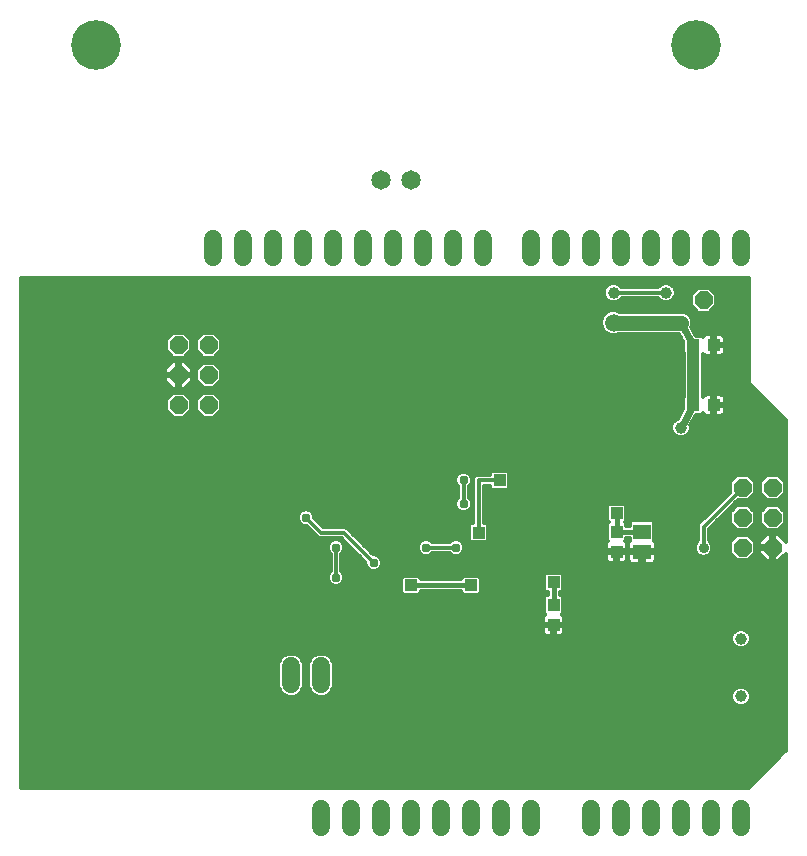
<source format=gbl>
G75*
%MOIN*%
%OFA0B0*%
%FSLAX25Y25*%
%IPPOS*%
%LPD*%
%AMOC8*
5,1,8,0,0,1.08239X$1,22.5*
%
%ADD10C,0.06000*%
%ADD11OC8,0.06000*%
%ADD12R,0.05906X0.05118*%
%ADD13R,0.03937X0.04331*%
%ADD14C,0.03962*%
%ADD15R,0.04331X0.03937*%
%ADD16R,0.03100X0.03100*%
%ADD17C,0.01200*%
%ADD18R,0.03962X0.03962*%
%ADD19C,0.03569*%
%ADD20C,0.03100*%
%ADD21C,0.01600*%
%ADD22C,0.02400*%
%ADD23C,0.04000*%
%ADD24C,0.05906*%
%ADD25C,0.05000*%
%ADD26C,0.16535*%
%ADD27C,0.06496*%
D10*
X0101800Y0056000D02*
X0101800Y0062000D01*
X0111800Y0062000D02*
X0111800Y0056000D01*
X0111800Y0014500D02*
X0111800Y0008500D01*
X0121800Y0008500D02*
X0121800Y0014500D01*
X0131800Y0014500D02*
X0131800Y0008500D01*
X0141800Y0008500D02*
X0141800Y0014500D01*
X0151800Y0014500D02*
X0151800Y0008500D01*
X0161800Y0008500D02*
X0161800Y0014500D01*
X0171800Y0014500D02*
X0171800Y0008500D01*
X0181800Y0008500D02*
X0181800Y0014500D01*
X0201800Y0014500D02*
X0201800Y0008500D01*
X0211800Y0008500D02*
X0211800Y0014500D01*
X0221800Y0014500D02*
X0221800Y0008500D01*
X0231800Y0008500D02*
X0231800Y0014500D01*
X0241800Y0014500D02*
X0241800Y0008500D01*
X0251800Y0008500D02*
X0251800Y0014500D01*
X0251800Y0198500D02*
X0251800Y0204500D01*
X0241800Y0204500D02*
X0241800Y0198500D01*
X0231800Y0198500D02*
X0231800Y0204500D01*
X0221800Y0204500D02*
X0221800Y0198500D01*
X0211800Y0198500D02*
X0211800Y0204500D01*
X0201800Y0204500D02*
X0201800Y0198500D01*
X0191800Y0198500D02*
X0191800Y0204500D01*
X0181800Y0204500D02*
X0181800Y0198500D01*
X0165800Y0198500D02*
X0165800Y0204500D01*
X0155800Y0204500D02*
X0155800Y0198500D01*
X0145800Y0198500D02*
X0145800Y0204500D01*
X0135800Y0204500D02*
X0135800Y0198500D01*
X0125800Y0198500D02*
X0125800Y0204500D01*
X0115800Y0204500D02*
X0115800Y0198500D01*
X0105800Y0198500D02*
X0105800Y0204500D01*
X0095800Y0204500D02*
X0095800Y0198500D01*
X0085800Y0198500D02*
X0085800Y0204500D01*
X0075800Y0204500D02*
X0075800Y0198500D01*
D11*
X0074300Y0169000D03*
X0074300Y0159000D03*
X0074300Y0149000D03*
X0064300Y0149000D03*
X0064300Y0159000D03*
X0064300Y0169000D03*
X0239300Y0184000D03*
X0252300Y0121500D03*
X0252300Y0111500D03*
X0252300Y0101500D03*
X0262300Y0101500D03*
X0262300Y0111500D03*
X0262300Y0121500D03*
D12*
X0218800Y0106846D03*
X0218800Y0100154D03*
D13*
X0210300Y0100154D03*
X0210300Y0106846D03*
X0189300Y0082346D03*
X0189300Y0075654D03*
D14*
X0231800Y0141500D03*
X0231800Y0176500D03*
X0226800Y0186500D03*
X0209300Y0186500D03*
X0251800Y0071100D03*
X0251800Y0051900D03*
D15*
X0242646Y0149000D03*
X0235954Y0149000D03*
X0235954Y0169000D03*
X0242646Y0169000D03*
D16*
X0246800Y0176500D03*
X0246800Y0141500D03*
X0201800Y0144000D03*
X0201800Y0129000D03*
X0192800Y0109000D03*
X0192100Y0102800D03*
X0166800Y0066500D03*
X0166800Y0051500D03*
X0134300Y0104000D03*
X0116800Y0076500D03*
X0106800Y0084000D03*
X0094300Y0084000D03*
X0139300Y0144000D03*
X0159800Y0146500D03*
X0224300Y0071500D03*
X0224300Y0051500D03*
X0219300Y0039000D03*
D17*
X0011800Y0021500D02*
X0011800Y0191500D01*
X0254300Y0191500D01*
X0254300Y0156500D01*
X0266800Y0144000D01*
X0266800Y0103505D01*
X0264205Y0106100D01*
X0262700Y0106100D01*
X0262700Y0101900D01*
X0261900Y0101900D01*
X0261900Y0106100D01*
X0260395Y0106100D01*
X0257700Y0103405D01*
X0257700Y0101900D01*
X0261900Y0101900D01*
X0261900Y0101100D01*
X0257700Y0101100D01*
X0257700Y0099595D01*
X0260395Y0096900D01*
X0261900Y0096900D01*
X0261900Y0101100D01*
X0262700Y0101100D01*
X0262700Y0096900D01*
X0264205Y0096900D01*
X0266800Y0099495D01*
X0266800Y0034000D01*
X0254300Y0021500D01*
X0011800Y0021500D01*
X0011800Y0021875D02*
X0254675Y0021875D01*
X0255873Y0023073D02*
X0011800Y0023073D01*
X0011800Y0024272D02*
X0257072Y0024272D01*
X0258270Y0025470D02*
X0011800Y0025470D01*
X0011800Y0026669D02*
X0259469Y0026669D01*
X0260667Y0027867D02*
X0011800Y0027867D01*
X0011800Y0029066D02*
X0261866Y0029066D01*
X0263064Y0030264D02*
X0011800Y0030264D01*
X0011800Y0031463D02*
X0264263Y0031463D01*
X0265461Y0032661D02*
X0011800Y0032661D01*
X0011800Y0033860D02*
X0266660Y0033860D01*
X0266800Y0035058D02*
X0011800Y0035058D01*
X0011800Y0036257D02*
X0266800Y0036257D01*
X0266800Y0037455D02*
X0011800Y0037455D01*
X0011800Y0038654D02*
X0266800Y0038654D01*
X0266800Y0039852D02*
X0011800Y0039852D01*
X0011800Y0041051D02*
X0266800Y0041051D01*
X0266800Y0042249D02*
X0011800Y0042249D01*
X0011800Y0043448D02*
X0266800Y0043448D01*
X0266800Y0044646D02*
X0011800Y0044646D01*
X0011800Y0045845D02*
X0266800Y0045845D01*
X0266800Y0047043D02*
X0011800Y0047043D01*
X0011800Y0048242D02*
X0266800Y0048242D01*
X0266800Y0049440D02*
X0253839Y0049440D01*
X0253602Y0049203D02*
X0254497Y0050098D01*
X0254981Y0051267D01*
X0254981Y0052533D01*
X0254497Y0053702D01*
X0253602Y0054597D01*
X0252433Y0055081D01*
X0251167Y0055081D01*
X0249998Y0054597D01*
X0249103Y0053702D01*
X0248619Y0052533D01*
X0248619Y0051267D01*
X0249103Y0050098D01*
X0249998Y0049203D01*
X0251167Y0048719D01*
X0252433Y0048719D01*
X0253602Y0049203D01*
X0254721Y0050639D02*
X0266800Y0050639D01*
X0266800Y0051837D02*
X0254981Y0051837D01*
X0254773Y0053036D02*
X0266800Y0053036D01*
X0266800Y0054234D02*
X0253964Y0054234D01*
X0249636Y0054234D02*
X0115615Y0054234D01*
X0115361Y0053621D02*
X0116000Y0055165D01*
X0116000Y0062835D01*
X0115361Y0064379D01*
X0114179Y0065561D01*
X0112635Y0066200D01*
X0110965Y0066200D01*
X0109421Y0065561D01*
X0108239Y0064379D01*
X0107600Y0062835D01*
X0107600Y0055165D01*
X0108239Y0053621D01*
X0109421Y0052439D01*
X0110965Y0051800D01*
X0112635Y0051800D01*
X0114179Y0052439D01*
X0115361Y0053621D01*
X0114776Y0053036D02*
X0248827Y0053036D01*
X0248619Y0051837D02*
X0112726Y0051837D01*
X0110874Y0051837D02*
X0102726Y0051837D01*
X0102635Y0051800D02*
X0104179Y0052439D01*
X0105361Y0053621D01*
X0106000Y0055165D01*
X0106000Y0062835D01*
X0105361Y0064379D01*
X0104179Y0065561D01*
X0102635Y0066200D01*
X0100965Y0066200D01*
X0099421Y0065561D01*
X0098239Y0064379D01*
X0097600Y0062835D01*
X0097600Y0055165D01*
X0098239Y0053621D01*
X0099421Y0052439D01*
X0100965Y0051800D01*
X0102635Y0051800D01*
X0100874Y0051837D02*
X0011800Y0051837D01*
X0011800Y0050639D02*
X0248879Y0050639D01*
X0249761Y0049440D02*
X0011800Y0049440D01*
X0011800Y0053036D02*
X0098824Y0053036D01*
X0097985Y0054234D02*
X0011800Y0054234D01*
X0011800Y0055433D02*
X0097600Y0055433D01*
X0097600Y0056632D02*
X0011800Y0056632D01*
X0011800Y0057830D02*
X0097600Y0057830D01*
X0097600Y0059029D02*
X0011800Y0059029D01*
X0011800Y0060227D02*
X0097600Y0060227D01*
X0097600Y0061426D02*
X0011800Y0061426D01*
X0011800Y0062624D02*
X0097600Y0062624D01*
X0098009Y0063823D02*
X0011800Y0063823D01*
X0011800Y0065021D02*
X0098881Y0065021D01*
X0104719Y0065021D02*
X0108881Y0065021D01*
X0108009Y0063823D02*
X0105591Y0063823D01*
X0106000Y0062624D02*
X0107600Y0062624D01*
X0107600Y0061426D02*
X0106000Y0061426D01*
X0106000Y0060227D02*
X0107600Y0060227D01*
X0107600Y0059029D02*
X0106000Y0059029D01*
X0106000Y0057830D02*
X0107600Y0057830D01*
X0107600Y0056632D02*
X0106000Y0056632D01*
X0106000Y0055433D02*
X0107600Y0055433D01*
X0107985Y0054234D02*
X0105615Y0054234D01*
X0104776Y0053036D02*
X0108824Y0053036D01*
X0116000Y0055433D02*
X0266800Y0055433D01*
X0266800Y0056632D02*
X0116000Y0056632D01*
X0116000Y0057830D02*
X0266800Y0057830D01*
X0266800Y0059029D02*
X0116000Y0059029D01*
X0116000Y0060227D02*
X0266800Y0060227D01*
X0266800Y0061426D02*
X0116000Y0061426D01*
X0116000Y0062624D02*
X0266800Y0062624D01*
X0266800Y0063823D02*
X0115591Y0063823D01*
X0114719Y0065021D02*
X0266800Y0065021D01*
X0266800Y0066220D02*
X0011800Y0066220D01*
X0011800Y0067418D02*
X0266800Y0067418D01*
X0266800Y0068617D02*
X0253815Y0068617D01*
X0253602Y0068403D02*
X0254497Y0069298D01*
X0254981Y0070467D01*
X0254981Y0071733D01*
X0254497Y0072902D01*
X0253602Y0073797D01*
X0252433Y0074281D01*
X0251167Y0074281D01*
X0249998Y0073797D01*
X0249103Y0072902D01*
X0248619Y0071733D01*
X0248619Y0070467D01*
X0249103Y0069298D01*
X0249998Y0068403D01*
X0251167Y0067919D01*
X0252433Y0067919D01*
X0253602Y0068403D01*
X0254711Y0069815D02*
X0266800Y0069815D01*
X0266800Y0071014D02*
X0254981Y0071014D01*
X0254783Y0072212D02*
X0266800Y0072212D01*
X0266800Y0073411D02*
X0253988Y0073411D01*
X0249612Y0073411D02*
X0192868Y0073411D01*
X0192868Y0073278D02*
X0192868Y0075269D01*
X0189684Y0075269D01*
X0189684Y0071888D01*
X0191479Y0071888D01*
X0191886Y0071997D01*
X0192251Y0072208D01*
X0192549Y0072506D01*
X0192759Y0072871D01*
X0192868Y0073278D01*
X0192255Y0072212D02*
X0248817Y0072212D01*
X0248619Y0071014D02*
X0011800Y0071014D01*
X0011800Y0072212D02*
X0186345Y0072212D01*
X0186349Y0072208D02*
X0186714Y0071997D01*
X0187121Y0071888D01*
X0188916Y0071888D01*
X0188916Y0075269D01*
X0189684Y0075269D01*
X0189684Y0076038D01*
X0192868Y0076038D01*
X0192868Y0078030D01*
X0192759Y0078436D01*
X0192549Y0078801D01*
X0192251Y0079099D01*
X0192018Y0079234D01*
X0192468Y0079684D01*
X0192468Y0085009D01*
X0191766Y0085712D01*
X0191300Y0085712D01*
X0191300Y0086819D01*
X0191778Y0086819D01*
X0192481Y0087522D01*
X0192481Y0092478D01*
X0191778Y0093181D01*
X0186822Y0093181D01*
X0186119Y0092478D01*
X0186119Y0087522D01*
X0186822Y0086819D01*
X0187300Y0086819D01*
X0187300Y0085712D01*
X0186834Y0085712D01*
X0186131Y0085009D01*
X0186131Y0079684D01*
X0186582Y0079234D01*
X0186349Y0079099D01*
X0186051Y0078801D01*
X0185841Y0078436D01*
X0185731Y0078030D01*
X0185731Y0076038D01*
X0188916Y0076038D01*
X0188916Y0075269D01*
X0185731Y0075269D01*
X0185731Y0073278D01*
X0185841Y0072871D01*
X0186051Y0072506D01*
X0186349Y0072208D01*
X0185731Y0073411D02*
X0011800Y0073411D01*
X0011800Y0074609D02*
X0185731Y0074609D01*
X0185731Y0077006D02*
X0011800Y0077006D01*
X0011800Y0075808D02*
X0188916Y0075808D01*
X0189684Y0075808D02*
X0266800Y0075808D01*
X0266800Y0077006D02*
X0192868Y0077006D01*
X0192822Y0078205D02*
X0266800Y0078205D01*
X0266800Y0079403D02*
X0192188Y0079403D01*
X0192468Y0080602D02*
X0266800Y0080602D01*
X0266800Y0081800D02*
X0192468Y0081800D01*
X0192468Y0082999D02*
X0266800Y0082999D01*
X0266800Y0084197D02*
X0192468Y0084197D01*
X0192082Y0085396D02*
X0266800Y0085396D01*
X0266800Y0086594D02*
X0191300Y0086594D01*
X0192481Y0087793D02*
X0266800Y0087793D01*
X0266800Y0088991D02*
X0192481Y0088991D01*
X0192481Y0090190D02*
X0266800Y0090190D01*
X0266800Y0091388D02*
X0192481Y0091388D01*
X0192372Y0092587D02*
X0266800Y0092587D01*
X0266800Y0093785D02*
X0129932Y0093785D01*
X0129847Y0093750D02*
X0130858Y0094169D01*
X0131631Y0094942D01*
X0132050Y0095953D01*
X0132050Y0097047D01*
X0131631Y0098058D01*
X0130858Y0098831D01*
X0129847Y0099250D01*
X0129096Y0099250D01*
X0121100Y0107246D01*
X0120046Y0108300D01*
X0112546Y0108300D01*
X0109550Y0111296D01*
X0109550Y0112047D01*
X0109131Y0113058D01*
X0108358Y0113831D01*
X0107347Y0114250D01*
X0106253Y0114250D01*
X0105242Y0113831D01*
X0104469Y0113058D01*
X0104050Y0112047D01*
X0104050Y0110953D01*
X0104469Y0109942D01*
X0105242Y0109169D01*
X0106253Y0108750D01*
X0107004Y0108750D01*
X0111054Y0104700D01*
X0118554Y0104700D01*
X0126550Y0096704D01*
X0126550Y0095953D01*
X0126969Y0094942D01*
X0127742Y0094169D01*
X0128753Y0093750D01*
X0129847Y0093750D01*
X0128668Y0093785D02*
X0118600Y0093785D01*
X0118600Y0093589D02*
X0118600Y0099411D01*
X0119131Y0099942D01*
X0119550Y0100953D01*
X0119550Y0102047D01*
X0119131Y0103058D01*
X0118358Y0103831D01*
X0117347Y0104250D01*
X0116253Y0104250D01*
X0115242Y0103831D01*
X0114469Y0103058D01*
X0114050Y0102047D01*
X0114050Y0100953D01*
X0114469Y0099942D01*
X0115000Y0099411D01*
X0115000Y0093589D01*
X0114469Y0093058D01*
X0114050Y0092047D01*
X0114050Y0090953D01*
X0114469Y0089942D01*
X0115242Y0089169D01*
X0116253Y0088750D01*
X0117347Y0088750D01*
X0118358Y0089169D01*
X0119131Y0089942D01*
X0119550Y0090953D01*
X0119550Y0092047D01*
X0119131Y0093058D01*
X0118600Y0093589D01*
X0119326Y0092587D02*
X0186228Y0092587D01*
X0186119Y0091388D02*
X0164981Y0091388D01*
X0164981Y0091478D02*
X0164278Y0092181D01*
X0159322Y0092181D01*
X0158619Y0091478D01*
X0158619Y0091000D01*
X0144981Y0091000D01*
X0144981Y0091478D01*
X0144278Y0092181D01*
X0139322Y0092181D01*
X0138619Y0091478D01*
X0138619Y0086522D01*
X0139322Y0085819D01*
X0144278Y0085819D01*
X0144981Y0086522D01*
X0144981Y0087000D01*
X0158619Y0087000D01*
X0158619Y0086522D01*
X0159322Y0085819D01*
X0164278Y0085819D01*
X0164981Y0086522D01*
X0164981Y0091478D01*
X0164981Y0090190D02*
X0186119Y0090190D01*
X0186119Y0088991D02*
X0164981Y0088991D01*
X0164981Y0087793D02*
X0186119Y0087793D01*
X0187300Y0086594D02*
X0164981Y0086594D01*
X0158619Y0086594D02*
X0144981Y0086594D01*
X0144981Y0091388D02*
X0158619Y0091388D01*
X0157347Y0098750D02*
X0158358Y0099169D01*
X0159131Y0099942D01*
X0159550Y0100953D01*
X0159550Y0102047D01*
X0159131Y0103058D01*
X0158358Y0103831D01*
X0157347Y0104250D01*
X0156253Y0104250D01*
X0155242Y0103831D01*
X0154711Y0103300D01*
X0148889Y0103300D01*
X0148358Y0103831D01*
X0147347Y0104250D01*
X0146253Y0104250D01*
X0145242Y0103831D01*
X0144469Y0103058D01*
X0144050Y0102047D01*
X0144050Y0100953D01*
X0144469Y0099942D01*
X0145242Y0099169D01*
X0146253Y0098750D01*
X0147347Y0098750D01*
X0148358Y0099169D01*
X0148889Y0099700D01*
X0154711Y0099700D01*
X0155242Y0099169D01*
X0156253Y0098750D01*
X0157347Y0098750D01*
X0158967Y0099778D02*
X0209916Y0099778D01*
X0209916Y0099769D02*
X0206731Y0099769D01*
X0206731Y0097778D01*
X0206841Y0097371D01*
X0207051Y0097006D01*
X0207349Y0096708D01*
X0207714Y0096497D01*
X0208121Y0096388D01*
X0209916Y0096388D01*
X0209916Y0099769D01*
X0210684Y0099769D01*
X0210684Y0096388D01*
X0212479Y0096388D01*
X0212886Y0096497D01*
X0213251Y0096708D01*
X0213549Y0097006D01*
X0213759Y0097371D01*
X0213868Y0097778D01*
X0213868Y0099769D01*
X0210684Y0099769D01*
X0210684Y0100538D01*
X0213868Y0100538D01*
X0213868Y0102530D01*
X0213759Y0102936D01*
X0213549Y0103301D01*
X0213251Y0103599D01*
X0213018Y0103734D01*
X0213468Y0104184D01*
X0213468Y0104846D01*
X0214647Y0104846D01*
X0214647Y0103790D01*
X0214655Y0103783D01*
X0214567Y0103695D01*
X0214356Y0103330D01*
X0214247Y0102923D01*
X0214247Y0100754D01*
X0218200Y0100754D01*
X0218200Y0099554D01*
X0214247Y0099554D01*
X0214247Y0097384D01*
X0214356Y0096977D01*
X0214567Y0096612D01*
X0214865Y0096314D01*
X0215230Y0096104D01*
X0215637Y0095994D01*
X0218200Y0095994D01*
X0218200Y0099553D01*
X0219400Y0099553D01*
X0219400Y0095994D01*
X0221963Y0095994D01*
X0222370Y0096104D01*
X0222735Y0096314D01*
X0223033Y0096612D01*
X0223244Y0096977D01*
X0223353Y0097384D01*
X0223353Y0099554D01*
X0219400Y0099554D01*
X0219400Y0100754D01*
X0223353Y0100754D01*
X0223353Y0102923D01*
X0223244Y0103330D01*
X0223033Y0103695D01*
X0222945Y0103783D01*
X0222953Y0103790D01*
X0222953Y0109903D01*
X0222250Y0110605D01*
X0215350Y0110605D01*
X0214647Y0109903D01*
X0214647Y0108846D01*
X0213468Y0108846D01*
X0213468Y0109509D01*
X0212968Y0110009D01*
X0213481Y0110522D01*
X0213481Y0115478D01*
X0212778Y0116181D01*
X0207822Y0116181D01*
X0207119Y0115478D01*
X0207119Y0110522D01*
X0207632Y0110009D01*
X0207131Y0109509D01*
X0207131Y0104184D01*
X0207582Y0103734D01*
X0207349Y0103599D01*
X0207051Y0103301D01*
X0206841Y0102936D01*
X0206731Y0102530D01*
X0206731Y0100538D01*
X0209916Y0100538D01*
X0209916Y0099769D01*
X0210684Y0099778D02*
X0218200Y0099778D01*
X0218200Y0098579D02*
X0219400Y0098579D01*
X0219400Y0097381D02*
X0218200Y0097381D01*
X0218200Y0096182D02*
X0219400Y0096182D01*
X0222507Y0096182D02*
X0266800Y0096182D01*
X0266800Y0094984D02*
X0131649Y0094984D01*
X0132050Y0096182D02*
X0215093Y0096182D01*
X0214248Y0097381D02*
X0213762Y0097381D01*
X0213868Y0098579D02*
X0214247Y0098579D01*
X0214247Y0100976D02*
X0213868Y0100976D01*
X0213868Y0102175D02*
X0214247Y0102175D01*
X0214381Y0103373D02*
X0213477Y0103373D01*
X0213468Y0104572D02*
X0214647Y0104572D01*
X0214647Y0109366D02*
X0213468Y0109366D01*
X0213481Y0110565D02*
X0215309Y0110565D01*
X0213481Y0111763D02*
X0240017Y0111763D01*
X0238819Y0110565D02*
X0222291Y0110565D01*
X0222953Y0109366D02*
X0237620Y0109366D01*
X0237500Y0109246D02*
X0237500Y0103920D01*
X0236770Y0103190D01*
X0236316Y0102094D01*
X0236316Y0100906D01*
X0236770Y0099810D01*
X0237610Y0098970D01*
X0238706Y0098516D01*
X0239894Y0098516D01*
X0240990Y0098970D01*
X0241830Y0099810D01*
X0242284Y0100906D01*
X0242284Y0102094D01*
X0241830Y0103190D01*
X0241100Y0103920D01*
X0241100Y0107754D01*
X0250646Y0117300D01*
X0254040Y0117300D01*
X0256500Y0119760D01*
X0256500Y0123240D01*
X0254040Y0125700D01*
X0250560Y0125700D01*
X0248100Y0123240D01*
X0248100Y0119846D01*
X0237500Y0109246D01*
X0237500Y0108168D02*
X0222953Y0108168D01*
X0222953Y0106969D02*
X0237500Y0106969D01*
X0237500Y0105770D02*
X0222953Y0105770D01*
X0222953Y0104572D02*
X0237500Y0104572D01*
X0236953Y0103373D02*
X0223219Y0103373D01*
X0223353Y0102175D02*
X0236349Y0102175D01*
X0236316Y0100976D02*
X0223353Y0100976D01*
X0223353Y0098579D02*
X0238553Y0098579D01*
X0240047Y0098579D02*
X0249281Y0098579D01*
X0248100Y0099760D02*
X0248100Y0103240D01*
X0250560Y0105700D01*
X0254040Y0105700D01*
X0256500Y0103240D01*
X0256500Y0099760D01*
X0254040Y0097300D01*
X0250560Y0097300D01*
X0248100Y0099760D01*
X0248100Y0099778D02*
X0241798Y0099778D01*
X0242284Y0100976D02*
X0248100Y0100976D01*
X0248100Y0102175D02*
X0242251Y0102175D01*
X0241647Y0103373D02*
X0248234Y0103373D01*
X0249432Y0104572D02*
X0241100Y0104572D01*
X0241100Y0105770D02*
X0260065Y0105770D01*
X0260560Y0107300D02*
X0264040Y0107300D01*
X0266500Y0109760D01*
X0266500Y0113240D01*
X0264040Y0115700D01*
X0260560Y0115700D01*
X0258100Y0113240D01*
X0258100Y0109760D01*
X0260560Y0107300D01*
X0259693Y0108168D02*
X0254907Y0108168D01*
X0254040Y0107300D02*
X0256500Y0109760D01*
X0256500Y0113240D01*
X0254040Y0115700D01*
X0250560Y0115700D01*
X0248100Y0113240D01*
X0248100Y0109760D01*
X0250560Y0107300D01*
X0254040Y0107300D01*
X0256106Y0109366D02*
X0258494Y0109366D01*
X0258100Y0110565D02*
X0256500Y0110565D01*
X0256500Y0111763D02*
X0258100Y0111763D01*
X0258100Y0112962D02*
X0256500Y0112962D01*
X0255580Y0114160D02*
X0259020Y0114160D01*
X0260219Y0115359D02*
X0254381Y0115359D01*
X0254495Y0117756D02*
X0260105Y0117756D01*
X0260560Y0117300D02*
X0264040Y0117300D01*
X0266500Y0119760D01*
X0266500Y0123240D01*
X0264040Y0125700D01*
X0260560Y0125700D01*
X0258100Y0123240D01*
X0258100Y0119760D01*
X0260560Y0117300D01*
X0258906Y0118954D02*
X0255694Y0118954D01*
X0256500Y0120153D02*
X0258100Y0120153D01*
X0258100Y0121351D02*
X0256500Y0121351D01*
X0256500Y0122550D02*
X0258100Y0122550D01*
X0258608Y0123748D02*
X0255992Y0123748D01*
X0254793Y0124947D02*
X0259807Y0124947D01*
X0264793Y0124947D02*
X0266800Y0124947D01*
X0266800Y0126145D02*
X0174481Y0126145D01*
X0174481Y0126478D02*
X0173778Y0127181D01*
X0168822Y0127181D01*
X0168119Y0126478D01*
X0168119Y0125800D01*
X0163554Y0125800D01*
X0162500Y0124746D01*
X0162500Y0109681D01*
X0161822Y0109681D01*
X0161119Y0108978D01*
X0161119Y0104022D01*
X0161822Y0103319D01*
X0166778Y0103319D01*
X0167481Y0104022D01*
X0167481Y0108978D01*
X0166778Y0109681D01*
X0166100Y0109681D01*
X0166100Y0122200D01*
X0168119Y0122200D01*
X0168119Y0121522D01*
X0168822Y0120819D01*
X0173778Y0120819D01*
X0174481Y0121522D01*
X0174481Y0126478D01*
X0174481Y0124947D02*
X0249807Y0124947D01*
X0248608Y0123748D02*
X0174481Y0123748D01*
X0174481Y0122550D02*
X0248100Y0122550D01*
X0248100Y0121351D02*
X0174310Y0121351D01*
X0171300Y0124000D02*
X0164300Y0124000D01*
X0164300Y0106500D01*
X0167481Y0106969D02*
X0207131Y0106969D01*
X0207131Y0105770D02*
X0167481Y0105770D01*
X0167481Y0104572D02*
X0207131Y0104572D01*
X0207123Y0103373D02*
X0166833Y0103373D01*
X0161767Y0103373D02*
X0158816Y0103373D01*
X0159497Y0102175D02*
X0206731Y0102175D01*
X0206731Y0100976D02*
X0159550Y0100976D01*
X0156800Y0101500D02*
X0146800Y0101500D01*
X0148816Y0103373D02*
X0154784Y0103373D01*
X0161119Y0104572D02*
X0123774Y0104572D01*
X0124972Y0103373D02*
X0144784Y0103373D01*
X0144103Y0102175D02*
X0126171Y0102175D01*
X0127369Y0100976D02*
X0144050Y0100976D01*
X0144633Y0099778D02*
X0128568Y0099778D01*
X0131110Y0098579D02*
X0206731Y0098579D01*
X0206838Y0097381D02*
X0131912Y0097381D01*
X0129300Y0096500D02*
X0119300Y0106500D01*
X0111800Y0106500D01*
X0106800Y0111500D01*
X0104211Y0110565D02*
X0011800Y0110565D01*
X0011800Y0111763D02*
X0104050Y0111763D01*
X0104429Y0112962D02*
X0011800Y0112962D01*
X0011800Y0114160D02*
X0106036Y0114160D01*
X0107564Y0114160D02*
X0157251Y0114160D01*
X0156969Y0114442D02*
X0157742Y0113669D01*
X0158753Y0113250D01*
X0159847Y0113250D01*
X0160858Y0113669D01*
X0161631Y0114442D01*
X0162050Y0115453D01*
X0162050Y0116547D01*
X0161631Y0117558D01*
X0161100Y0118089D01*
X0161100Y0121911D01*
X0161631Y0122442D01*
X0162050Y0123453D01*
X0162050Y0124547D01*
X0161631Y0125558D01*
X0160858Y0126331D01*
X0159847Y0126750D01*
X0158753Y0126750D01*
X0157742Y0126331D01*
X0156969Y0125558D01*
X0156550Y0124547D01*
X0156550Y0123453D01*
X0156969Y0122442D01*
X0157500Y0121911D01*
X0157500Y0118089D01*
X0156969Y0117558D01*
X0156550Y0116547D01*
X0156550Y0115453D01*
X0156969Y0114442D01*
X0156589Y0115359D02*
X0011800Y0115359D01*
X0011800Y0116557D02*
X0156554Y0116557D01*
X0157167Y0117756D02*
X0011800Y0117756D01*
X0011800Y0118954D02*
X0157500Y0118954D01*
X0157500Y0120153D02*
X0011800Y0120153D01*
X0011800Y0121351D02*
X0157500Y0121351D01*
X0156924Y0122550D02*
X0011800Y0122550D01*
X0011800Y0123748D02*
X0156550Y0123748D01*
X0156716Y0124947D02*
X0011800Y0124947D01*
X0011800Y0126145D02*
X0157556Y0126145D01*
X0159300Y0124000D02*
X0159300Y0116000D01*
X0161349Y0114160D02*
X0162500Y0114160D01*
X0162500Y0112962D02*
X0109171Y0112962D01*
X0109550Y0111763D02*
X0162500Y0111763D01*
X0162500Y0110565D02*
X0110281Y0110565D01*
X0111480Y0109366D02*
X0161507Y0109366D01*
X0161119Y0108168D02*
X0120178Y0108168D01*
X0121377Y0106969D02*
X0161119Y0106969D01*
X0161119Y0105770D02*
X0122575Y0105770D01*
X0119881Y0103373D02*
X0118816Y0103373D01*
X0118682Y0104572D02*
X0011800Y0104572D01*
X0011800Y0105770D02*
X0109984Y0105770D01*
X0108785Y0106969D02*
X0011800Y0106969D01*
X0011800Y0108168D02*
X0107587Y0108168D01*
X0105045Y0109366D02*
X0011800Y0109366D01*
X0011800Y0103373D02*
X0114784Y0103373D01*
X0114103Y0102175D02*
X0011800Y0102175D01*
X0011800Y0100976D02*
X0114050Y0100976D01*
X0114633Y0099778D02*
X0011800Y0099778D01*
X0011800Y0098579D02*
X0115000Y0098579D01*
X0115000Y0097381D02*
X0011800Y0097381D01*
X0011800Y0096182D02*
X0115000Y0096182D01*
X0115000Y0094984D02*
X0011800Y0094984D01*
X0011800Y0093785D02*
X0115000Y0093785D01*
X0114274Y0092587D02*
X0011800Y0092587D01*
X0011800Y0091388D02*
X0114050Y0091388D01*
X0114366Y0090190D02*
X0011800Y0090190D01*
X0011800Y0088991D02*
X0115670Y0088991D01*
X0117930Y0088991D02*
X0138619Y0088991D01*
X0138619Y0087793D02*
X0011800Y0087793D01*
X0011800Y0086594D02*
X0138619Y0086594D01*
X0138619Y0090190D02*
X0119234Y0090190D01*
X0119550Y0091388D02*
X0138619Y0091388D01*
X0126951Y0094984D02*
X0118600Y0094984D01*
X0118600Y0096182D02*
X0126550Y0096182D01*
X0125873Y0097381D02*
X0118600Y0097381D01*
X0118600Y0098579D02*
X0124675Y0098579D01*
X0123476Y0099778D02*
X0118967Y0099778D01*
X0119550Y0100976D02*
X0122278Y0100976D01*
X0121079Y0102175D02*
X0119497Y0102175D01*
X0116800Y0101500D02*
X0116800Y0091500D01*
X0161100Y0118954D02*
X0162500Y0118954D01*
X0162500Y0117756D02*
X0161433Y0117756D01*
X0162046Y0116557D02*
X0162500Y0116557D01*
X0162500Y0115359D02*
X0162011Y0115359D01*
X0166100Y0115359D02*
X0207119Y0115359D01*
X0207119Y0114160D02*
X0166100Y0114160D01*
X0166100Y0112962D02*
X0207119Y0112962D01*
X0207119Y0111763D02*
X0166100Y0111763D01*
X0166100Y0110565D02*
X0207119Y0110565D01*
X0207131Y0109366D02*
X0167093Y0109366D01*
X0167481Y0108168D02*
X0207131Y0108168D01*
X0213481Y0112962D02*
X0241216Y0112962D01*
X0242414Y0114160D02*
X0213481Y0114160D01*
X0213481Y0115359D02*
X0243613Y0115359D01*
X0244812Y0116557D02*
X0166100Y0116557D01*
X0166100Y0117756D02*
X0246010Y0117756D01*
X0247209Y0118954D02*
X0166100Y0118954D01*
X0166100Y0120153D02*
X0248100Y0120153D01*
X0249903Y0116557D02*
X0266800Y0116557D01*
X0266800Y0115359D02*
X0264381Y0115359D01*
X0265580Y0114160D02*
X0266800Y0114160D01*
X0266800Y0112962D02*
X0266500Y0112962D01*
X0266500Y0111763D02*
X0266800Y0111763D01*
X0266800Y0110565D02*
X0266500Y0110565D01*
X0266800Y0109366D02*
X0266106Y0109366D01*
X0266800Y0108168D02*
X0264907Y0108168D01*
X0266800Y0106969D02*
X0241100Y0106969D01*
X0241513Y0108168D02*
X0249693Y0108168D01*
X0248494Y0109366D02*
X0242712Y0109366D01*
X0243910Y0110565D02*
X0248100Y0110565D01*
X0248100Y0111763D02*
X0245109Y0111763D01*
X0246307Y0112962D02*
X0248100Y0112962D01*
X0247506Y0114160D02*
X0249020Y0114160D01*
X0248704Y0115359D02*
X0250219Y0115359D01*
X0252300Y0121500D02*
X0239300Y0108500D01*
X0239300Y0101500D01*
X0236802Y0099778D02*
X0219400Y0099778D01*
X0223352Y0097381D02*
X0250479Y0097381D01*
X0254121Y0097381D02*
X0259914Y0097381D01*
X0258715Y0098579D02*
X0255319Y0098579D01*
X0256500Y0099778D02*
X0257700Y0099778D01*
X0257700Y0100976D02*
X0256500Y0100976D01*
X0256500Y0102175D02*
X0257700Y0102175D01*
X0257700Y0103373D02*
X0256366Y0103373D01*
X0255168Y0104572D02*
X0258867Y0104572D01*
X0261900Y0104572D02*
X0262700Y0104572D01*
X0262700Y0105770D02*
X0261900Y0105770D01*
X0261900Y0103373D02*
X0262700Y0103373D01*
X0262700Y0102175D02*
X0261900Y0102175D01*
X0261900Y0100976D02*
X0262700Y0100976D01*
X0262700Y0099778D02*
X0261900Y0099778D01*
X0261900Y0098579D02*
X0262700Y0098579D01*
X0262700Y0097381D02*
X0261900Y0097381D01*
X0264686Y0097381D02*
X0266800Y0097381D01*
X0266800Y0098579D02*
X0265885Y0098579D01*
X0265733Y0104572D02*
X0266800Y0104572D01*
X0266800Y0105770D02*
X0264535Y0105770D01*
X0264495Y0117756D02*
X0266800Y0117756D01*
X0266800Y0118954D02*
X0265694Y0118954D01*
X0266500Y0120153D02*
X0266800Y0120153D01*
X0266800Y0121351D02*
X0266500Y0121351D01*
X0266500Y0122550D02*
X0266800Y0122550D01*
X0266800Y0123748D02*
X0265992Y0123748D01*
X0266800Y0127344D02*
X0011800Y0127344D01*
X0011800Y0128542D02*
X0266800Y0128542D01*
X0266800Y0129741D02*
X0011800Y0129741D01*
X0011800Y0130939D02*
X0266800Y0130939D01*
X0266800Y0132138D02*
X0011800Y0132138D01*
X0011800Y0133336D02*
X0266800Y0133336D01*
X0266800Y0134535D02*
X0011800Y0134535D01*
X0011800Y0135733D02*
X0266800Y0135733D01*
X0266800Y0136932D02*
X0011800Y0136932D01*
X0011800Y0138130D02*
X0266800Y0138130D01*
X0266800Y0139329D02*
X0234128Y0139329D01*
X0234497Y0139698D02*
X0234981Y0140867D01*
X0234981Y0142133D01*
X0234944Y0142223D01*
X0236942Y0145831D01*
X0238616Y0145831D01*
X0239066Y0146282D01*
X0239201Y0146049D01*
X0239499Y0145751D01*
X0239864Y0145541D01*
X0240270Y0145431D01*
X0242262Y0145431D01*
X0242262Y0148616D01*
X0243031Y0148616D01*
X0243031Y0149384D01*
X0246412Y0149384D01*
X0246412Y0151179D01*
X0246303Y0151586D01*
X0246092Y0151951D01*
X0245794Y0152249D01*
X0245429Y0152459D01*
X0245022Y0152568D01*
X0243031Y0152568D01*
X0243031Y0149384D01*
X0242262Y0149384D01*
X0242262Y0152568D01*
X0240270Y0152568D01*
X0239864Y0152459D01*
X0239499Y0152249D01*
X0239201Y0151951D01*
X0239154Y0151869D01*
X0239154Y0166131D01*
X0239201Y0166049D01*
X0239499Y0165751D01*
X0239864Y0165541D01*
X0240270Y0165431D01*
X0242262Y0165431D01*
X0242262Y0168616D01*
X0243031Y0168616D01*
X0243031Y0169384D01*
X0246412Y0169384D01*
X0246412Y0171179D01*
X0246303Y0171586D01*
X0246092Y0171951D01*
X0245794Y0172249D01*
X0245429Y0172459D01*
X0245022Y0172568D01*
X0243031Y0172568D01*
X0243031Y0169384D01*
X0242262Y0169384D01*
X0242262Y0172568D01*
X0240270Y0172568D01*
X0239864Y0172459D01*
X0239499Y0172249D01*
X0239201Y0171951D01*
X0239066Y0171718D01*
X0238616Y0172168D01*
X0236942Y0172168D01*
X0235265Y0175197D01*
X0235500Y0175764D01*
X0235500Y0177236D01*
X0234937Y0178596D01*
X0233896Y0179637D01*
X0232536Y0180200D01*
X0211219Y0180200D01*
X0210126Y0180653D01*
X0208474Y0180653D01*
X0206948Y0180021D01*
X0205779Y0178852D01*
X0205147Y0177326D01*
X0205147Y0175674D01*
X0205779Y0174148D01*
X0206948Y0172979D01*
X0208474Y0172347D01*
X0210126Y0172347D01*
X0211219Y0172800D01*
X0231106Y0172800D01*
X0232588Y0170123D01*
X0232588Y0166534D01*
X0232754Y0166369D01*
X0232754Y0151631D01*
X0232588Y0151466D01*
X0232588Y0147877D01*
X0230714Y0144494D01*
X0229998Y0144197D01*
X0229103Y0143302D01*
X0228619Y0142133D01*
X0228619Y0140867D01*
X0229103Y0139698D01*
X0229998Y0138803D01*
X0231167Y0138319D01*
X0232433Y0138319D01*
X0233602Y0138803D01*
X0234497Y0139698D01*
X0234840Y0140527D02*
X0266800Y0140527D01*
X0266800Y0141726D02*
X0234981Y0141726D01*
X0235332Y0142924D02*
X0266800Y0142924D01*
X0266677Y0144123D02*
X0235996Y0144123D01*
X0236660Y0145321D02*
X0265479Y0145321D01*
X0264280Y0146520D02*
X0246331Y0146520D01*
X0246303Y0146414D02*
X0246412Y0146821D01*
X0246412Y0148616D01*
X0243031Y0148616D01*
X0243031Y0145431D01*
X0245022Y0145431D01*
X0245429Y0145541D01*
X0245794Y0145751D01*
X0246092Y0146049D01*
X0246303Y0146414D01*
X0246412Y0147718D02*
X0263082Y0147718D01*
X0261883Y0148917D02*
X0243031Y0148917D01*
X0243031Y0150115D02*
X0242262Y0150115D01*
X0242262Y0151314D02*
X0243031Y0151314D01*
X0243031Y0152512D02*
X0242262Y0152512D01*
X0240061Y0152512D02*
X0239154Y0152512D01*
X0239154Y0153711D02*
X0257089Y0153711D01*
X0255891Y0154909D02*
X0239154Y0154909D01*
X0239154Y0156108D02*
X0254692Y0156108D01*
X0254300Y0157306D02*
X0239154Y0157306D01*
X0239154Y0158505D02*
X0254300Y0158505D01*
X0254300Y0159703D02*
X0239154Y0159703D01*
X0239154Y0160902D02*
X0254300Y0160902D01*
X0254300Y0162101D02*
X0239154Y0162101D01*
X0239154Y0163299D02*
X0254300Y0163299D01*
X0254300Y0164498D02*
X0239154Y0164498D01*
X0239154Y0165696D02*
X0239594Y0165696D01*
X0242262Y0165696D02*
X0243031Y0165696D01*
X0243031Y0165431D02*
X0245022Y0165431D01*
X0245429Y0165541D01*
X0245794Y0165751D01*
X0246092Y0166049D01*
X0246303Y0166414D01*
X0246412Y0166821D01*
X0246412Y0168616D01*
X0243031Y0168616D01*
X0243031Y0165431D01*
X0243031Y0166895D02*
X0242262Y0166895D01*
X0242262Y0168093D02*
X0243031Y0168093D01*
X0243031Y0169292D02*
X0254300Y0169292D01*
X0254300Y0170490D02*
X0246412Y0170490D01*
X0246244Y0171689D02*
X0254300Y0171689D01*
X0254300Y0172887D02*
X0236544Y0172887D01*
X0235881Y0174086D02*
X0254300Y0174086D01*
X0254300Y0175284D02*
X0235301Y0175284D01*
X0235500Y0176483D02*
X0254300Y0176483D01*
X0254300Y0177681D02*
X0235316Y0177681D01*
X0234653Y0178880D02*
X0254300Y0178880D01*
X0254300Y0180078D02*
X0241318Y0180078D01*
X0241040Y0179800D02*
X0243500Y0182260D01*
X0243500Y0185740D01*
X0241040Y0188200D01*
X0237560Y0188200D01*
X0235100Y0185740D01*
X0235100Y0182260D01*
X0237560Y0179800D01*
X0241040Y0179800D01*
X0242516Y0181277D02*
X0254300Y0181277D01*
X0254300Y0182475D02*
X0243500Y0182475D01*
X0243500Y0183674D02*
X0254300Y0183674D01*
X0254300Y0184872D02*
X0243500Y0184872D01*
X0243169Y0186071D02*
X0254300Y0186071D01*
X0254300Y0187269D02*
X0241970Y0187269D01*
X0236630Y0187269D02*
X0229925Y0187269D01*
X0229981Y0187133D02*
X0229497Y0188302D01*
X0228602Y0189197D01*
X0227433Y0189681D01*
X0226167Y0189681D01*
X0224998Y0189197D01*
X0224103Y0188302D01*
X0224102Y0188300D01*
X0211998Y0188300D01*
X0211997Y0188302D01*
X0211102Y0189197D01*
X0209933Y0189681D01*
X0208667Y0189681D01*
X0207498Y0189197D01*
X0206603Y0188302D01*
X0206119Y0187133D01*
X0206119Y0185867D01*
X0206603Y0184698D01*
X0207498Y0183803D01*
X0208667Y0183319D01*
X0209933Y0183319D01*
X0211102Y0183803D01*
X0211997Y0184698D01*
X0211998Y0184700D01*
X0224102Y0184700D01*
X0224103Y0184698D01*
X0224998Y0183803D01*
X0226167Y0183319D01*
X0227433Y0183319D01*
X0228602Y0183803D01*
X0229497Y0184698D01*
X0229981Y0185867D01*
X0229981Y0187133D01*
X0229981Y0186071D02*
X0235431Y0186071D01*
X0235100Y0184872D02*
X0229569Y0184872D01*
X0228289Y0183674D02*
X0235100Y0183674D01*
X0235100Y0182475D02*
X0011800Y0182475D01*
X0011800Y0181277D02*
X0236084Y0181277D01*
X0237282Y0180078D02*
X0232830Y0180078D01*
X0229331Y0188468D02*
X0254300Y0188468D01*
X0254300Y0189666D02*
X0227469Y0189666D01*
X0226131Y0189666D02*
X0209969Y0189666D01*
X0208631Y0189666D02*
X0011800Y0189666D01*
X0011800Y0188468D02*
X0206769Y0188468D01*
X0206175Y0187269D02*
X0011800Y0187269D01*
X0011800Y0186071D02*
X0206119Y0186071D01*
X0206531Y0184872D02*
X0011800Y0184872D01*
X0011800Y0183674D02*
X0207811Y0183674D01*
X0209300Y0186500D02*
X0226800Y0186500D01*
X0225311Y0183674D02*
X0210789Y0183674D01*
X0211831Y0188468D02*
X0224269Y0188468D01*
X0231721Y0171689D02*
X0077551Y0171689D01*
X0078500Y0170740D02*
X0076040Y0173200D01*
X0072560Y0173200D01*
X0070100Y0170740D01*
X0070100Y0167260D01*
X0072560Y0164800D01*
X0076040Y0164800D01*
X0078500Y0167260D01*
X0078500Y0170740D01*
X0078500Y0170490D02*
X0232385Y0170490D01*
X0232588Y0169292D02*
X0078500Y0169292D01*
X0078500Y0168093D02*
X0232588Y0168093D01*
X0232588Y0166895D02*
X0078134Y0166895D01*
X0076936Y0165696D02*
X0232754Y0165696D01*
X0232754Y0164498D02*
X0011800Y0164498D01*
X0011800Y0165696D02*
X0061664Y0165696D01*
X0062560Y0164800D02*
X0066040Y0164800D01*
X0068500Y0167260D01*
X0068500Y0170740D01*
X0066040Y0173200D01*
X0062560Y0173200D01*
X0060100Y0170740D01*
X0060100Y0167260D01*
X0062560Y0164800D01*
X0062395Y0163600D02*
X0059700Y0160905D01*
X0059700Y0159400D01*
X0063900Y0159400D01*
X0063900Y0163600D01*
X0062395Y0163600D01*
X0062094Y0163299D02*
X0011800Y0163299D01*
X0011800Y0162101D02*
X0060895Y0162101D01*
X0059700Y0160902D02*
X0011800Y0160902D01*
X0011800Y0159703D02*
X0059700Y0159703D01*
X0059700Y0158600D02*
X0059700Y0157095D01*
X0062395Y0154400D01*
X0063900Y0154400D01*
X0063900Y0158600D01*
X0059700Y0158600D01*
X0059700Y0158505D02*
X0011800Y0158505D01*
X0011800Y0157306D02*
X0059700Y0157306D01*
X0060687Y0156108D02*
X0011800Y0156108D01*
X0011800Y0154909D02*
X0061885Y0154909D01*
X0062560Y0153200D02*
X0060100Y0150740D01*
X0060100Y0147260D01*
X0062560Y0144800D01*
X0066040Y0144800D01*
X0068500Y0147260D01*
X0068500Y0150740D01*
X0066040Y0153200D01*
X0062560Y0153200D01*
X0061873Y0152512D02*
X0011800Y0152512D01*
X0011800Y0151314D02*
X0060674Y0151314D01*
X0060100Y0150115D02*
X0011800Y0150115D01*
X0011800Y0148917D02*
X0060100Y0148917D01*
X0060100Y0147718D02*
X0011800Y0147718D01*
X0011800Y0146520D02*
X0060840Y0146520D01*
X0062039Y0145321D02*
X0011800Y0145321D01*
X0011800Y0144123D02*
X0229924Y0144123D01*
X0228947Y0142924D02*
X0011800Y0142924D01*
X0011800Y0141726D02*
X0228619Y0141726D01*
X0228760Y0140527D02*
X0011800Y0140527D01*
X0011800Y0139329D02*
X0229472Y0139329D01*
X0231173Y0145321D02*
X0076561Y0145321D01*
X0076040Y0144800D02*
X0078500Y0147260D01*
X0078500Y0150740D01*
X0076040Y0153200D01*
X0072560Y0153200D01*
X0070100Y0150740D01*
X0070100Y0147260D01*
X0072560Y0144800D01*
X0076040Y0144800D01*
X0077760Y0146520D02*
X0231837Y0146520D01*
X0232500Y0147718D02*
X0078500Y0147718D01*
X0078500Y0148917D02*
X0232588Y0148917D01*
X0232588Y0150115D02*
X0078500Y0150115D01*
X0077926Y0151314D02*
X0232588Y0151314D01*
X0232754Y0152512D02*
X0076727Y0152512D01*
X0076040Y0154800D02*
X0078500Y0157260D01*
X0078500Y0160740D01*
X0076040Y0163200D01*
X0072560Y0163200D01*
X0070100Y0160740D01*
X0070100Y0157260D01*
X0072560Y0154800D01*
X0076040Y0154800D01*
X0076149Y0154909D02*
X0232754Y0154909D01*
X0232754Y0153711D02*
X0011800Y0153711D01*
X0011800Y0166895D02*
X0060466Y0166895D01*
X0060100Y0168093D02*
X0011800Y0168093D01*
X0011800Y0169292D02*
X0060100Y0169292D01*
X0060100Y0170490D02*
X0011800Y0170490D01*
X0011800Y0171689D02*
X0061049Y0171689D01*
X0062247Y0172887D02*
X0011800Y0172887D01*
X0011800Y0174086D02*
X0205841Y0174086D01*
X0205309Y0175284D02*
X0011800Y0175284D01*
X0011800Y0176483D02*
X0205147Y0176483D01*
X0205294Y0177681D02*
X0011800Y0177681D01*
X0011800Y0178880D02*
X0205807Y0178880D01*
X0207087Y0180078D02*
X0011800Y0180078D01*
X0011800Y0190865D02*
X0254300Y0190865D01*
X0243031Y0171689D02*
X0242262Y0171689D01*
X0242262Y0170490D02*
X0243031Y0170490D01*
X0246412Y0168093D02*
X0254300Y0168093D01*
X0254300Y0166895D02*
X0246412Y0166895D01*
X0245699Y0165696D02*
X0254300Y0165696D01*
X0258288Y0152512D02*
X0245232Y0152512D01*
X0246376Y0151314D02*
X0259486Y0151314D01*
X0260685Y0150115D02*
X0246412Y0150115D01*
X0243031Y0147718D02*
X0242262Y0147718D01*
X0242262Y0146520D02*
X0243031Y0146520D01*
X0232754Y0156108D02*
X0077348Y0156108D01*
X0078500Y0157306D02*
X0232754Y0157306D01*
X0232754Y0158505D02*
X0078500Y0158505D01*
X0078500Y0159703D02*
X0232754Y0159703D01*
X0232754Y0160902D02*
X0078338Y0160902D01*
X0077139Y0162101D02*
X0232754Y0162101D01*
X0232754Y0163299D02*
X0066506Y0163299D01*
X0066205Y0163600D02*
X0064700Y0163600D01*
X0064700Y0159400D01*
X0063900Y0159400D01*
X0063900Y0158600D01*
X0064700Y0158600D01*
X0064700Y0159400D01*
X0068900Y0159400D01*
X0068900Y0160905D01*
X0066205Y0163600D01*
X0064700Y0163299D02*
X0063900Y0163299D01*
X0063900Y0162101D02*
X0064700Y0162101D01*
X0064700Y0160902D02*
X0063900Y0160902D01*
X0063900Y0159703D02*
X0064700Y0159703D01*
X0064700Y0158600D02*
X0068900Y0158600D01*
X0068900Y0157095D01*
X0066205Y0154400D01*
X0064700Y0154400D01*
X0064700Y0158600D01*
X0064700Y0158505D02*
X0063900Y0158505D01*
X0063900Y0157306D02*
X0064700Y0157306D01*
X0064700Y0156108D02*
X0063900Y0156108D01*
X0063900Y0154909D02*
X0064700Y0154909D01*
X0066715Y0154909D02*
X0072451Y0154909D01*
X0071252Y0156108D02*
X0067913Y0156108D01*
X0068900Y0157306D02*
X0070100Y0157306D01*
X0070100Y0158505D02*
X0068900Y0158505D01*
X0068900Y0159703D02*
X0070100Y0159703D01*
X0070262Y0160902D02*
X0068900Y0160902D01*
X0067705Y0162101D02*
X0071461Y0162101D01*
X0071664Y0165696D02*
X0066936Y0165696D01*
X0068134Y0166895D02*
X0070466Y0166895D01*
X0070100Y0168093D02*
X0068500Y0168093D01*
X0068500Y0169292D02*
X0070100Y0169292D01*
X0070100Y0170490D02*
X0068500Y0170490D01*
X0067551Y0171689D02*
X0071049Y0171689D01*
X0072247Y0172887D02*
X0066353Y0172887D01*
X0076353Y0172887D02*
X0207171Y0172887D01*
X0168119Y0126145D02*
X0161044Y0126145D01*
X0161884Y0124947D02*
X0162701Y0124947D01*
X0162500Y0123748D02*
X0162050Y0123748D01*
X0161676Y0122550D02*
X0162500Y0122550D01*
X0162500Y0121351D02*
X0161100Y0121351D01*
X0161100Y0120153D02*
X0162500Y0120153D01*
X0166100Y0121351D02*
X0168290Y0121351D01*
X0186518Y0085396D02*
X0011800Y0085396D01*
X0011800Y0084197D02*
X0186131Y0084197D01*
X0186131Y0082999D02*
X0011800Y0082999D01*
X0011800Y0081800D02*
X0186131Y0081800D01*
X0186131Y0080602D02*
X0011800Y0080602D01*
X0011800Y0079403D02*
X0186412Y0079403D01*
X0185778Y0078205D02*
X0011800Y0078205D01*
X0011800Y0069815D02*
X0248889Y0069815D01*
X0249785Y0068617D02*
X0011800Y0068617D01*
X0066561Y0145321D02*
X0072039Y0145321D01*
X0070840Y0146520D02*
X0067760Y0146520D01*
X0068500Y0147718D02*
X0070100Y0147718D01*
X0070100Y0148917D02*
X0068500Y0148917D01*
X0068500Y0150115D02*
X0070100Y0150115D01*
X0070674Y0151314D02*
X0067926Y0151314D01*
X0066727Y0152512D02*
X0071873Y0152512D01*
X0188916Y0074609D02*
X0189684Y0074609D01*
X0189684Y0073411D02*
X0188916Y0073411D01*
X0188916Y0072212D02*
X0189684Y0072212D01*
X0192868Y0074609D02*
X0266800Y0074609D01*
X0210684Y0097381D02*
X0209916Y0097381D01*
X0209916Y0098579D02*
X0210684Y0098579D01*
D18*
X0210300Y0113000D03*
X0189300Y0090000D03*
X0164300Y0106500D03*
X0161800Y0089000D03*
X0141800Y0089000D03*
X0171300Y0124000D03*
X0237800Y0087500D03*
X0246800Y0131500D03*
D19*
X0239300Y0101500D03*
D20*
X0159300Y0116000D03*
X0159300Y0124000D03*
X0156800Y0101500D03*
X0146800Y0101500D03*
X0129300Y0096500D03*
X0116800Y0091500D03*
X0116800Y0101500D03*
X0106800Y0111500D03*
D21*
X0141800Y0089000D02*
X0161800Y0089000D01*
X0188300Y0089000D02*
X0189300Y0090000D01*
X0189300Y0082346D01*
X0210300Y0106846D02*
X0210300Y0113000D01*
X0210300Y0106846D02*
X0218800Y0106846D01*
D22*
X0231800Y0141500D02*
X0235954Y0149000D01*
X0235954Y0169000D02*
X0231800Y0176500D01*
D23*
X0235954Y0169000D02*
X0235954Y0149000D01*
D24*
X0209300Y0176500D03*
D25*
X0231800Y0176500D01*
D26*
X0236800Y0269000D03*
X0036800Y0269000D03*
D27*
X0131800Y0224000D03*
X0141800Y0224000D03*
M02*

</source>
